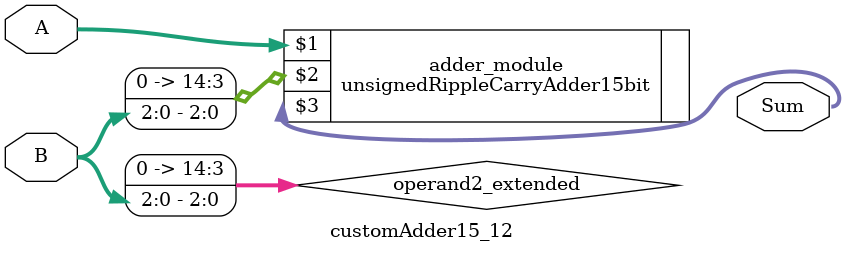
<source format=v>

module customAdder15_12(
                    input [14 : 0] A,
                    input [2 : 0] B,
                    
                    output [15 : 0] Sum
            );

    wire [14 : 0] operand2_extended;
    
    assign operand2_extended =  {12'b0, B};
    
    unsignedRippleCarryAdder15bit adder_module(
        A,
        operand2_extended,
        Sum
    );
    
endmodule
        
</source>
